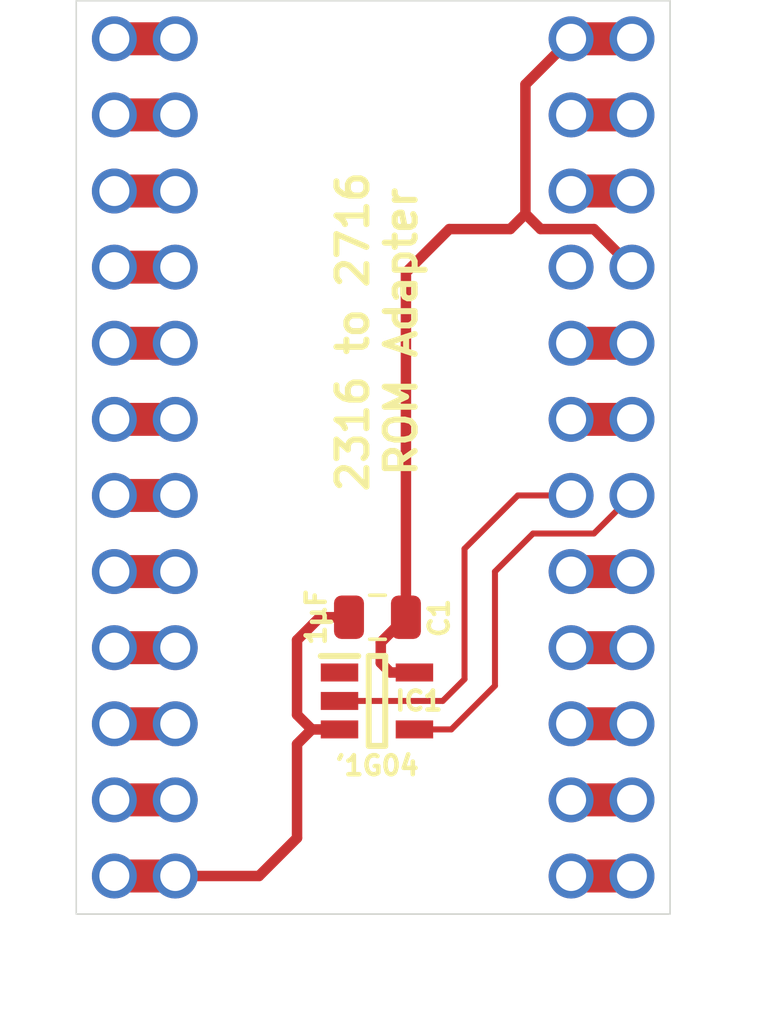
<source format=kicad_pcb>
(kicad_pcb (version 20241229) (generator "pcbnew") (generator_version "9.0")
  (title_block (title "ROM 2316 to 2716 Converter") (date "2025-06-27") (rev "V0"))
  (layers (0 "F.Cu" signal) (2 "B.Cu" signal) (13 "F.Paste" user) (15 "B.Paste" user) (5 "F.SilkS" user "F.Silkscreen") (7 "B.SilkS" user "B.Silkscreen") (1 "F.Mask" user) (3 "B.Mask" user) (25 "Edge.Cuts" user))
  (net 0 "")
  (net 1 "/VCC")
  (net 2 "/GND")
  (net 4 "Net-(IC1-Y)")
  (net 5 "/~{CS2}")
  (net 6 "/A9")
  (net 7 "/A1")
  (net 8 "/A5")
  (net 9 "/A3")
  (net 10 "/A4")
  (net 11 "/D0")
  (net 12 "/~{CS1}")
  (net 13 "/D4")
  (net 14 "/D3")
  (net 15 "/A2")
  (net 16 "/A7")
  (net 17 "/D1")
  (net 18 "/D6")
  (net 19 "/A8")
  (net 20 "/A10")
  (net 21 "/A0")
  (net 22 "/D2")
  (net 23 "/D7")
  (net 24 "/D5")
  (net 25 "/A6")
  (net 26 "/~{CS3}")
  (footprint "SamacSys_Parts:Pin_1x12_P2.54mm_Vertical" (layer "F.Cu") (at 15.24 -27.94)
    (property "Reference" "J1" (hide yes))
    (property "Value" "2316 Right")
    (pad "1" thru_hole circle (at 0 0) (size 1.5 1.5) (drill 1) (layers "*.Cu" "*.Mask") (net 1 "/VCC"))
    (pad "2" thru_hole circle (at 0 2.54) (size 1.5 1.5) (drill 1) (layers "*.Cu" "*.Mask") (net 19 "/A8"))
    (pad "3" thru_hole circle (at 0 5.08) (size 1.5 1.5) (drill 1) (layers "*.Cu" "*.Mask") (net 6 "/A9"))
    (pad "4" thru_hole circle (at 0 7.62) (size 1.5 1.5) (drill 1) (layers "*.Cu" "*.Mask") (net 26 "/~{CS3}"))
    (pad "5" thru_hole circle (at 0 10.16) (size 1.5 1.5) (drill 1) (layers "*.Cu" "*.Mask") (net 12 "/~{CS1}"))
    (pad "6" thru_hole circle (at 0 12.7) (size 1.5 1.5) (drill 1) (layers "*.Cu" "*.Mask") (net 20 "/A10"))
    (pad "7" thru_hole circle (at 0 15.24) (size 1.5 1.5) (drill 1) (layers "*.Cu" "*.Mask") (net 5 "/~{CS2}"))
    (pad "8" thru_hole circle (at 0 17.78) (size 1.5 1.5) (drill 1) (layers "*.Cu" "*.Mask") (net 23 "/D7"))
    (pad "9" thru_hole circle (at 0 20.32) (size 1.5 1.5) (drill 1) (layers "*.Cu" "*.Mask") (net 18 "/D6"))
    (pad "10" thru_hole circle (at 0 22.86) (size 1.5 1.5) (drill 1) (layers "*.Cu" "*.Mask") (net 24 "/D5"))
    (pad "11" thru_hole circle (at 0 25.4) (size 1.5 1.5) (drill 1) (layers "*.Cu" "*.Mask") (net 13 "/D4"))
    (pad "12" thru_hole circle (at 0 27.94) (size 1.5 1.5) (drill 1) (layers "*.Cu" "*.Mask") (net 14 "/D3"))
  )
  (footprint "SamacSys_Parts:SOT95P275X110-5N" (layer "F.Cu") (at 8.763 -5.842)
    (property "Reference" "IC1" (at 1.397 0 0) (layer "F.SilkS") (effects (font (size 0.635 0.635))))
    (property "Value" "74LVC1G04GV,125" (hide yes))
    (property "Silkscreen" "'1G04" (at 0 2.159 0) (layer "F.SilkS") (effects (font (size 0.635 0.635))))
    (fp_line (start -1.875 -1.5) (end -0.625 -1.5) (stroke (width 0.2)) (layer "F.SilkS"))
    (fp_line (start -0.275 -1.5) (end 0.275 -1.5) (stroke (width 0.2)) (layer "F.SilkS"))
    (fp_line (start -0.275 1.5) (end -0.275 -1.5) (stroke (width 0.2)) (layer "F.SilkS"))
    (fp_line (start 0.275 -1.5) (end 0.275 1.5) (stroke (width 0.2)) (layer "F.SilkS"))
    (fp_line (start 0.275 1.5) (end -0.275 1.5) (stroke (width 0.2)) (layer "F.SilkS"))
    (pad "1" smd rect (at -1.25 -0.95 90) (size 0.6 1.25) (layers "F.Cu" "F.Mask" "F.Paste"))
    (pad "2" smd rect (at -1.25 0 90) (size 0.6 1.25) (layers "F.Cu" "F.Mask" "F.Paste") (net 5 "/~{CS2}"))
    (pad "3" smd rect (at -1.25 0.95 90) (size 0.6 1.25) (layers "F.Cu" "F.Mask" "F.Paste") (net 2 "/GND"))
    (pad "4" smd rect (at 1.25 0.95 90) (size 0.6 1.25) (layers "F.Cu" "F.Mask" "F.Paste") (net 4 "Net-(IC1-Y)"))
    (pad "5" smd rect (at 1.25 -0.95 90) (size 0.6 1.25) (layers "F.Cu" "F.Mask" "F.Paste") (net 1 "/VCC"))
  )
  (footprint "SamacSys_Parts:Pin_1x12_P2.54mm_Vertical" (layer "F.Cu") (at 2.032 -27.94)
    (property "Reference" "J3" (hide yes))
    (property "Value" "2716 Left")
    (pad "1" thru_hole circle (at 0 0) (size 1.5 1.5) (drill 1) (layers "*.Cu" "*.Mask") (net 16 "/A7"))
    (pad "2" thru_hole circle (at 0 2.54) (size 1.5 1.5) (drill 1) (layers "*.Cu" "*.Mask") (net 25 "/A6"))
    (pad "3" thru_hole circle (at 0 5.08) (size 1.5 1.5) (drill 1) (layers "*.Cu" "*.Mask") (net 8 "/A5"))
    (pad "4" thru_hole circle (at 0 7.62) (size 1.5 1.5) (drill 1) (layers "*.Cu" "*.Mask") (net 10 "/A4"))
    (pad "5" thru_hole circle (at 0 10.16) (size 1.5 1.5) (drill 1) (layers "*.Cu" "*.Mask") (net 9 "/A3"))
    (pad "6" thru_hole circle (at 0 12.7) (size 1.5 1.5) (drill 1) (layers "*.Cu" "*.Mask") (net 15 "/A2"))
    (pad "7" thru_hole circle (at 0 15.24) (size 1.5 1.5) (drill 1) (layers "*.Cu" "*.Mask") (net 7 "/A1"))
    (pad "8" thru_hole circle (at 0 17.78) (size 1.5 1.5) (drill 1) (layers "*.Cu" "*.Mask") (net 21 "/A0"))
    (pad "9" thru_hole circle (at 0 20.32) (size 1.5 1.5) (drill 1) (layers "*.Cu" "*.Mask") (net 11 "/D0"))
    (pad "10" thru_hole circle (at 0 22.86) (size 1.5 1.5) (drill 1) (layers "*.Cu" "*.Mask") (net 17 "/D1"))
    (pad "11" thru_hole circle (at 0 25.4) (size 1.5 1.5) (drill 1) (layers "*.Cu" "*.Mask") (net 22 "/D2"))
    (pad "12" thru_hole circle (at 0 27.94) (size 1.5 1.5) (drill 1) (layers "*.Cu" "*.Mask") (net 2 "/GND"))
  )
  (footprint "SamacSys_Parts:Pin_1x12_P2.54mm_Vertical" (layer "F.Cu") (at 0 -27.94)
    (property "Reference" "J2" (hide yes))
    (property "Value" "2316 Left")
    (pad "1" thru_hole circle (at 0 0) (size 1.5 1.5) (drill 1) (layers "*.Cu" "*.Mask") (net 16 "/A7"))
    (pad "2" thru_hole circle (at 0 2.54) (size 1.5 1.5) (drill 1) (layers "*.Cu" "*.Mask") (net 25 "/A6"))
    (pad "3" thru_hole circle (at 0 5.08) (size 1.5 1.5) (drill 1) (layers "*.Cu" "*.Mask") (net 8 "/A5"))
    (pad "4" thru_hole circle (at 0 7.62) (size 1.5 1.5) (drill 1) (layers "*.Cu" "*.Mask") (net 10 "/A4"))
    (pad "5" thru_hole circle (at 0 10.16) (size 1.5 1.5) (drill 1) (layers "*.Cu" "*.Mask") (net 9 "/A3"))
    (pad "6" thru_hole circle (at 0 12.7) (size 1.5 1.5) (drill 1) (layers "*.Cu" "*.Mask") (net 15 "/A2"))
    (pad "7" thru_hole circle (at 0 15.24) (size 1.5 1.5) (drill 1) (layers "*.Cu" "*.Mask") (net 7 "/A1"))
    (pad "8" thru_hole circle (at 0 17.78) (size 1.5 1.5) (drill 1) (layers "*.Cu" "*.Mask") (net 21 "/A0"))
    (pad "9" thru_hole circle (at 0 20.32) (size 1.5 1.5) (drill 1) (layers "*.Cu" "*.Mask") (net 11 "/D0"))
    (pad "10" thru_hole circle (at 0 22.86) (size 1.5 1.5) (drill 1) (layers "*.Cu" "*.Mask") (net 17 "/D1"))
    (pad "11" thru_hole circle (at 0 25.4) (size 1.5 1.5) (drill 1) (layers "*.Cu" "*.Mask") (net 22 "/D2"))
    (pad "12" thru_hole circle (at 0 27.94) (size 1.5 1.5) (drill 1) (layers "*.Cu" "*.Mask") (net 2 "/GND"))
  )
  (footprint "SamacSys_Parts:C_0805" (layer "F.Cu") (at 8.763 -8.636 -90)
    (property "Reference" "C1" (at 0.026999 -2.075 90) (layer "F.SilkS") (effects (font (size 0.635 0.635))))
    (property "Value" "1μF" (at 0 2.032 90) (layer "F.SilkS") (effects (font (size 0.635 0.635))))
    (fp_line (start -0.735 0.245252) (end -0.735 -0.277252) (stroke (width 0.12)) (layer "F.SilkS"))
    (fp_line (start 0.735 0.245252) (end 0.735 -0.277252) (stroke (width 0.12)) (layer "F.SilkS"))
    (pad "1" smd roundrect (at 0 0.934) (size 1 1.45) (layers "F.Cu" "F.Mask" "F.Paste") (net 2 "/GND"))
    (pad "2" smd roundrect (at 0 -0.966) (size 1 1.45) (layers "F.Cu" "F.Mask" "F.Paste") (net 1 "/VCC"))
  )
  (footprint "SamacSys_Parts:Pin_1x12_P2.54mm_Vertical" (layer "F.Cu") (at 17.272 -27.94)
    (property "Reference" "J4" (hide yes))
    (property "Value" "2716 Right")
    (pad "1" thru_hole circle (at 0 0) (size 1.5 1.5) (drill 1) (layers "*.Cu" "*.Mask") (net 1 "/VCC"))
    (pad "2" thru_hole circle (at 0 2.54) (size 1.5 1.5) (drill 1) (layers "*.Cu" "*.Mask") (net 19 "/A8"))
    (pad "3" thru_hole circle (at 0 5.08) (size 1.5 1.5) (drill 1) (layers "*.Cu" "*.Mask") (net 6 "/A9"))
    (pad "4" thru_hole circle (at 0 7.62) (size 1.5 1.5) (drill 1) (layers "*.Cu" "*.Mask") (net 1 "/VCC"))
    (pad "5" thru_hole circle (at 0 10.16) (size 1.5 1.5) (drill 1) (layers "*.Cu" "*.Mask") (net 12 "/~{CS1}"))
    (pad "6" thru_hole circle (at 0 12.7) (size 1.5 1.5) (drill 1) (layers "*.Cu" "*.Mask") (net 20 "/A10"))
    (pad "7" thru_hole circle (at 0 15.24) (size 1.5 1.5) (drill 1) (layers "*.Cu" "*.Mask") (net 4 "Net-(IC1-Y)"))
    (pad "8" thru_hole circle (at 0 17.78) (size 1.5 1.5) (drill 1) (layers "*.Cu" "*.Mask") (net 23 "/D7"))
    (pad "9" thru_hole circle (at 0 20.32) (size 1.5 1.5) (drill 1) (layers "*.Cu" "*.Mask") (net 18 "/D6"))
    (pad "10" thru_hole circle (at 0 22.86) (size 1.5 1.5) (drill 1) (layers "*.Cu" "*.Mask") (net 24 "/D5"))
    (pad "11" thru_hole circle (at 0 25.4) (size 1.5 1.5) (drill 1) (layers "*.Cu" "*.Mask") (net 13 "/D4"))
    (pad "12" thru_hole circle (at 0 27.94) (size 1.5 1.5) (drill 1) (layers "*.Cu" "*.Mask") (net 14 "/D3"))
  )
  (gr_line (start -1.27 1.27) (end -1.27 -29.21) (stroke (width 0.05)) (layer "Edge.Cuts"))
  (gr_line (start 18.542 -29.21) (end 18.542 1.27) (stroke (width 0.05)) (layer "Edge.Cuts"))
  (gr_line (start -1.27 -29.21) (end 18.542 -29.21) (stroke (width 0.05)) (layer "Edge.Cuts"))
  (gr_line (start 18.542 1.27) (end -1.27 1.27) (stroke (width 0.05)) (layer "Edge.Cuts"))
  (gr_text "2316 to 2716\nROM Adapter" (at 8.763 -18.161 90) (layer "F.SilkS") (effects (font (size 1 1) (thickness 0.2) (bold yes))))
  (segment (start 8.89 -7.112) (end 8.89 -7.797) (width 0.35) (layer "F.Cu") (net 1))
  (segment (start 9.21 -6.792) (end 8.89 -7.112) (width 0.35) (layer "F.Cu") (net 1))
  (segment (start 14.224 -21.59) (end 16.002 -21.59) (width 0.35) (layer "F.Cu") (net 1))
  (segment (start 11.176 -21.59) (end 9.729 -20.143) (width 0.35) (layer "F.Cu") (net 1))
  (segment (start 15.24 -27.94) (end 17.272 -27.94) (width 1.1) (layer "F.Cu") (net 1))
  (segment (start 8.89 -7.797) (end 9.729 -8.636) (width 0.35) (layer "F.Cu") (net 1))
  (segment (start 16.002 -21.59) (end 17.272 -20.32) (width 0.35) (layer "F.Cu") (net 1))
  (segment (start 13.716 -22.098) (end 13.208 -21.59) (width 0.35) (layer "F.Cu") (net 1))
  (segment (start 13.716 -26.416) (end 13.716 -22.098) (width 0.35) (layer "F.Cu") (net 1))
  (segment (start 13.716 -22.098) (end 14.224 -21.59) (width 0.35) (layer "F.Cu") (net 1))
  (segment (start 9.729 -20.143) (end 9.729 -8.636) (width 0.35) (layer "F.Cu") (net 1))
  (segment (start 10.013 -6.792) (end 9.21 -6.792) (width 0.35) (layer "F.Cu") (net 1))
  (segment (start 15.24 -27.94) (end 13.716 -26.416) (width 0.35) (layer "F.Cu") (net 1))
  (segment (start 13.208 -21.59) (end 11.176 -21.59) (width 0.35) (layer "F.Cu") (net 1))
  (segment (start 7.829 -8.636) (end 6.858 -8.636) (width 0.35) (layer "F.Cu") (net 2))
  (segment (start 6.096 -4.4017) (end 6.5863 -4.892) (width 0.35) (layer "F.Cu") (net 2))
  (segment (start 6.096 -7.874) (end 6.096 -5.3823) (width 0.35) (layer "F.Cu") (net 2))
  (segment (start 2.032 0) (end 4.826 0) (width 0.35) (layer "F.Cu") (net 2))
  (segment (start 6.858 -8.636) (end 6.096 -7.874) (width 0.35) (layer "F.Cu") (net 2))
  (segment (start 2.032 0) (end 0 0) (width 1.1) (layer "F.Cu") (net 2))
  (segment (start 6.096 -1.27) (end 6.096 -4.4017) (width 0.35) (layer "F.Cu") (net 2))
  (segment (start 7.513 -4.892) (end 6.5863 -4.892) (width 0.35) (layer "F.Cu") (net 2))
  (segment (start 6.096 -5.3823) (end 6.5863 -4.892) (width 0.35) (layer "F.Cu") (net 2))
  (segment (start 4.826 0) (end 6.096 -1.27) (width 0.35) (layer "F.Cu") (net 2))
  (segment (start 12.7 -6.35) (end 12.7 -10.16) (width 0.2) (layer "F.Cu") (net 4))
  (segment (start 11.242 -4.892) (end 12.7 -6.35) (width 0.2) (layer "F.Cu") (net 4))
  (segment (start 10.013 -4.892) (end 11.242 -4.892) (width 0.2) (layer "F.Cu") (net 4))
  (segment (start 13.97 -11.43) (end 16.002 -11.43) (width 0.2) (layer "F.Cu") (net 4))
  (segment (start 16.002 -11.43) (end 17.272 -12.7) (width 0.2) (layer "F.Cu") (net 4))
  (segment (start 12.7 -10.16) (end 13.97 -11.43) (width 0.2) (layer "F.Cu") (net 4))
  (segment (start 13.462 -12.7) (end 15.24 -12.7) (width 0.2) (layer "F.Cu") (net 5))
  (segment (start 7.513 -5.842) (end 10.95715 -5.842) (width 0.2) (layer "F.Cu") (net 5))
  (segment (start 10.95715 -5.842) (end 11.684 -6.56885) (width 0.2) (layer "F.Cu") (net 5))
  (segment (start 11.684 -6.56885) (end 11.684 -10.922) (width 0.2) (layer "F.Cu") (net 5))
  (segment (start 11.684 -10.922) (end 13.462 -12.7) (width 0.2) (layer "F.Cu") (net 5))
  (segment (start 17.272 -22.86) (end 15.24 -22.86) (width 1.1) (layer "F.Cu") (net 6))
  (segment (start 2.032 -12.7) (end 0 -12.7) (width 1.1) (layer "F.Cu") (net 7))
  (segment (start 2.032 -22.86) (end 0 -22.86) (width 1.1) (layer "F.Cu") (net 8))
  (segment (start 2.032 -17.78) (end 0 -17.78) (width 1.1) (layer "F.Cu") (net 9))
  (segment (start 2.032 -20.32) (end 0 -20.32) (width 1.1) (layer "F.Cu") (net 10))
  (segment (start 0 -7.62) (end 2.032 -7.62) (width 1.1) (layer "F.Cu") (net 11))
  (segment (start 15.24 -17.78) (end 17.272 -17.78) (width 1.1) (layer "F.Cu") (net 12))
  (segment (start 15.240001 -2.54) (end 17.272001 -2.54) (width 1.1) (layer "F.Cu") (net 13))
  (segment (start 15.24 0) (end 17.272 0) (width 1.1) (layer "F.Cu") (net 14))
  (segment (start 2.032 -15.24) (end 0 -15.24) (width 1.1) (layer "F.Cu") (net 15))
  (segment (start 0 -27.94) (end 2.032 -27.94) (width 1.1) (layer "F.Cu") (net 16))
  (segment (start 2.032 -5.08) (end 0 -5.08) (width 1.1) (layer "F.Cu") (net 17))
  (segment (start 17.272 -7.62) (end 15.24 -7.62) (width 1.1) (layer "F.Cu") (net 18))
  (segment (start 15.240001 -25.4) (end 17.272001 -25.4) (width 1.1) (layer "F.Cu") (net 19))
  (segment (start 17.272 -15.240001) (end 15.24 -15.240001) (width 1.1) (layer "F.Cu") (net 20))
  (segment (start 0 -10.16) (end 2.032 -10.16) (width 1.1) (layer "F.Cu") (net 21))
  (segment (start 2.032 -2.54) (end 0 -2.54) (width 1.1) (layer "F.Cu") (net 22))
  (segment (start 17.272 -10.16) (end 15.24 -10.16) (width 1.1) (layer "F.Cu") (net 23))
  (segment (start 17.272 -5.08) (end 15.24 -5.08) (width 1.1) (layer "F.Cu") (net 24))
  (segment (start 0 -25.4) (end 2.032 -25.4) (width 1.1) (layer "F.Cu") (net 25))
)
</source>
